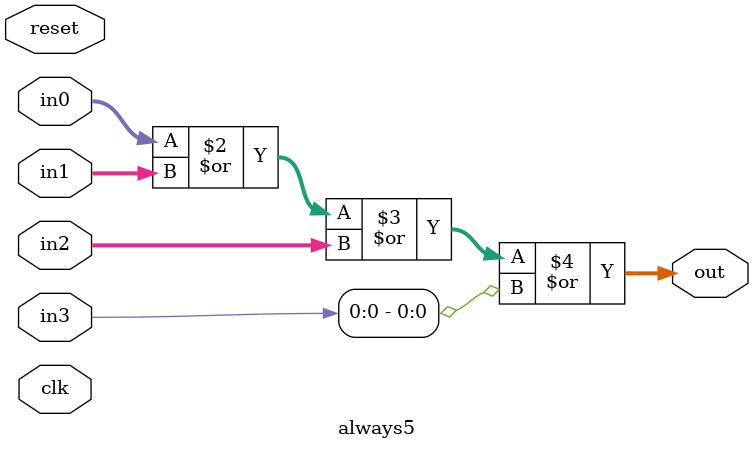
<source format=v>
module always5
  (input wire       reset,
   input wire       clk,
   input wire [7:0] in0, in1, in2, in3,
   output reg [7:0] out);

   always @(in0, in1, in2, in3[0]) begin
      out = in0 | in1 | in2 | in3[0];
   end

endmodule

</source>
